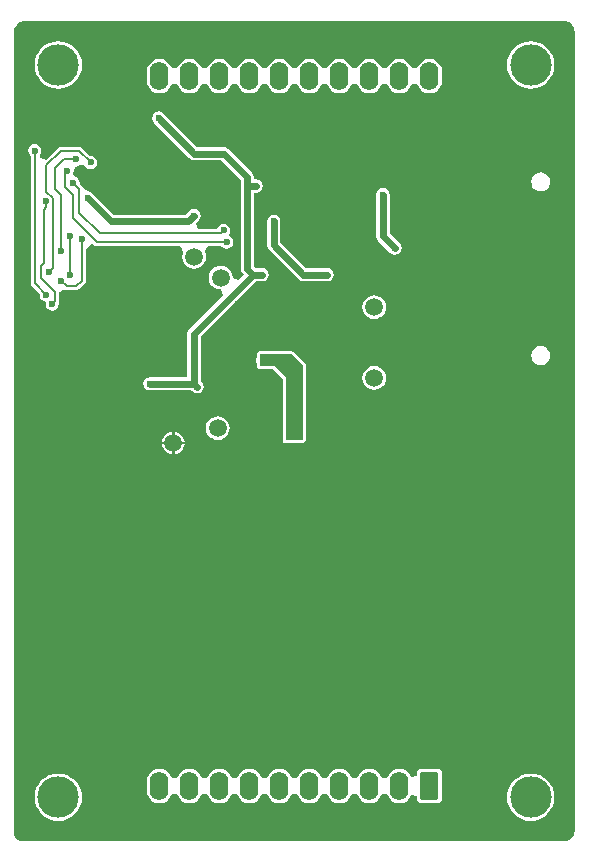
<source format=gbl>
G04*
G04 #@! TF.GenerationSoftware,Altium Limited,Altium Designer,18.0.7 (293)*
G04*
G04 Layer_Physical_Order=2*
G04 Layer_Color=16711680*
%FSLAX25Y25*%
%MOIN*%
G70*
G01*
G75*
%ADD10C,0.00591*%
%ADD35C,0.05906*%
G04:AMPARAMS|DCode=36|XSize=62.99mil|YSize=94.49mil|CornerRadius=31.5mil|HoleSize=0mil|Usage=FLASHONLY|Rotation=180.000|XOffset=0mil|YOffset=0mil|HoleType=Round|Shape=RoundedRectangle|*
%AMROUNDEDRECTD36*
21,1,0.06299,0.03150,0,0,180.0*
21,1,0.00000,0.09449,0,0,180.0*
1,1,0.06299,0.00000,0.01575*
1,1,0.06299,0.00000,0.01575*
1,1,0.06299,0.00000,-0.01575*
1,1,0.06299,0.00000,-0.01575*
%
%ADD36ROUNDEDRECTD36*%
G04:AMPARAMS|DCode=37|XSize=62.99mil|YSize=94.49mil|CornerRadius=6.3mil|HoleSize=0mil|Usage=FLASHONLY|Rotation=180.000|XOffset=0mil|YOffset=0mil|HoleType=Round|Shape=RoundedRectangle|*
%AMROUNDEDRECTD37*
21,1,0.06299,0.08189,0,0,180.0*
21,1,0.05039,0.09449,0,0,180.0*
1,1,0.01260,-0.02520,0.04095*
1,1,0.01260,0.02520,0.04095*
1,1,0.01260,0.02520,-0.04095*
1,1,0.01260,-0.02520,-0.04095*
%
%ADD37ROUNDEDRECTD37*%
%ADD40C,0.02362*%
%ADD47C,0.02362*%
%ADD48C,0.13780*%
G36*
X185142Y274433D02*
X185869Y274132D01*
X186524Y273695D01*
X187081Y273138D01*
X187518Y272484D01*
X187819Y271756D01*
X187973Y270984D01*
Y270590D01*
Y5000D01*
Y4606D01*
X187819Y3834D01*
X187518Y3107D01*
X187081Y2452D01*
X186524Y1896D01*
X185869Y1458D01*
X185142Y1157D01*
X184370Y1003D01*
X3648D01*
X3081Y1116D01*
X2547Y1337D01*
X2067Y1658D01*
X1658Y2067D01*
X1337Y2547D01*
X1116Y3081D01*
X1003Y3648D01*
Y3937D01*
Y270590D01*
Y270984D01*
X1157Y271756D01*
X1458Y272484D01*
X1896Y273138D01*
X2452Y273695D01*
X3107Y274132D01*
X3834Y274433D01*
X4606Y274587D01*
X184370D01*
X185142Y274433D01*
D02*
G37*
%LPC*%
G36*
X139488Y261847D02*
X138409Y261705D01*
X137403Y261288D01*
X136540Y260626D01*
X135877Y259762D01*
X135461Y258756D01*
X133516D01*
X133099Y259762D01*
X132437Y260626D01*
X131573Y261288D01*
X130567Y261705D01*
X129488Y261847D01*
X128409Y261705D01*
X127403Y261288D01*
X126540Y260626D01*
X125877Y259762D01*
X125461Y258756D01*
X123516D01*
X123099Y259762D01*
X122436Y260626D01*
X121573Y261288D01*
X120567Y261705D01*
X119488Y261847D01*
X118409Y261705D01*
X117403Y261288D01*
X116540Y260626D01*
X115877Y259762D01*
X115461Y258756D01*
X113516D01*
X113099Y259762D01*
X112436Y260626D01*
X111573Y261288D01*
X110567Y261705D01*
X109488Y261847D01*
X108409Y261705D01*
X107403Y261288D01*
X106540Y260626D01*
X105877Y259762D01*
X105461Y258756D01*
X103516D01*
X103099Y259762D01*
X102436Y260626D01*
X101573Y261288D01*
X100567Y261705D01*
X99488Y261847D01*
X98409Y261705D01*
X97403Y261288D01*
X96540Y260626D01*
X95877Y259762D01*
X95461Y258756D01*
X93516D01*
X93099Y259762D01*
X92436Y260626D01*
X91573Y261288D01*
X90567Y261705D01*
X89488Y261847D01*
X88409Y261705D01*
X87403Y261288D01*
X86540Y260626D01*
X85877Y259762D01*
X85461Y258756D01*
X83516D01*
X83099Y259762D01*
X82437Y260626D01*
X81573Y261288D01*
X80567Y261705D01*
X79488Y261847D01*
X78409Y261705D01*
X77403Y261288D01*
X76540Y260626D01*
X75877Y259762D01*
X75461Y258756D01*
X73516D01*
X73099Y259762D01*
X72436Y260626D01*
X71573Y261288D01*
X70567Y261705D01*
X69488Y261847D01*
X68409Y261705D01*
X67403Y261288D01*
X66540Y260626D01*
X65877Y259762D01*
X65461Y258756D01*
X63516D01*
X63099Y259762D01*
X62436Y260626D01*
X61573Y261288D01*
X60567Y261705D01*
X59488Y261847D01*
X58409Y261705D01*
X57403Y261288D01*
X56540Y260626D01*
X55877Y259762D01*
X55461Y258756D01*
X53516D01*
X53099Y259762D01*
X52437Y260626D01*
X51573Y261288D01*
X50567Y261705D01*
X49488Y261847D01*
X48409Y261705D01*
X47403Y261288D01*
X46540Y260626D01*
X45877Y259762D01*
X45461Y258756D01*
X45319Y257677D01*
Y254528D01*
X45461Y253448D01*
X45877Y252443D01*
X46540Y251579D01*
X47403Y250917D01*
X48409Y250500D01*
X49488Y250358D01*
X50567Y250500D01*
X51573Y250917D01*
X52437Y251579D01*
X53099Y252443D01*
X53516Y253448D01*
X55461D01*
X55877Y252443D01*
X56540Y251579D01*
X57403Y250917D01*
X58409Y250500D01*
X59488Y250358D01*
X60567Y250500D01*
X61573Y250917D01*
X62436Y251579D01*
X63099Y252443D01*
X63516Y253448D01*
X65461D01*
X65877Y252443D01*
X66540Y251579D01*
X67403Y250917D01*
X68409Y250500D01*
X69488Y250358D01*
X70567Y250500D01*
X71573Y250917D01*
X72436Y251579D01*
X73099Y252443D01*
X73516Y253448D01*
X75461D01*
X75877Y252443D01*
X76540Y251579D01*
X77403Y250917D01*
X78409Y250500D01*
X79488Y250358D01*
X80567Y250500D01*
X81573Y250917D01*
X82437Y251579D01*
X83099Y252443D01*
X83516Y253448D01*
X85461D01*
X85877Y252443D01*
X86540Y251579D01*
X87403Y250917D01*
X88409Y250500D01*
X89488Y250358D01*
X90567Y250500D01*
X91573Y250917D01*
X92436Y251579D01*
X93099Y252443D01*
X93516Y253448D01*
X95461D01*
X95877Y252443D01*
X96540Y251579D01*
X97403Y250917D01*
X98409Y250500D01*
X99488Y250358D01*
X100567Y250500D01*
X101573Y250917D01*
X102436Y251579D01*
X103099Y252443D01*
X103516Y253448D01*
X105461D01*
X105877Y252443D01*
X106540Y251579D01*
X107403Y250917D01*
X108409Y250500D01*
X109488Y250358D01*
X110567Y250500D01*
X111573Y250917D01*
X112436Y251579D01*
X113099Y252443D01*
X113516Y253448D01*
X115461D01*
X115877Y252443D01*
X116540Y251579D01*
X117403Y250917D01*
X118409Y250500D01*
X119488Y250358D01*
X120567Y250500D01*
X121573Y250917D01*
X122436Y251579D01*
X123099Y252443D01*
X123516Y253448D01*
X125461D01*
X125877Y252443D01*
X126540Y251579D01*
X127403Y250917D01*
X128409Y250500D01*
X129488Y250358D01*
X130567Y250500D01*
X131573Y250917D01*
X132437Y251579D01*
X133099Y252443D01*
X133516Y253448D01*
X135461D01*
X135877Y252443D01*
X136540Y251579D01*
X137403Y250917D01*
X138409Y250500D01*
X139488Y250358D01*
X140567Y250500D01*
X141573Y250917D01*
X142437Y251579D01*
X143099Y252443D01*
X143516Y253448D01*
X143658Y254528D01*
Y257677D01*
X143516Y258756D01*
X143099Y259762D01*
X142437Y260626D01*
X141573Y261288D01*
X140567Y261705D01*
X139488Y261847D01*
D02*
G37*
G36*
X173228Y267755D02*
X171685Y267603D01*
X170201Y267152D01*
X168833Y266421D01*
X167634Y265437D01*
X166650Y264238D01*
X165919Y262870D01*
X165468Y261386D01*
X165316Y259842D01*
X165468Y258299D01*
X165919Y256815D01*
X166650Y255447D01*
X167634Y254248D01*
X168833Y253264D01*
X170201Y252533D01*
X171685Y252082D01*
X173228Y251930D01*
X174772Y252082D01*
X176256Y252533D01*
X177624Y253264D01*
X178823Y254248D01*
X179807Y255447D01*
X180538Y256815D01*
X180988Y258299D01*
X181140Y259842D01*
X180988Y261386D01*
X180538Y262870D01*
X179807Y264238D01*
X178823Y265437D01*
X177624Y266421D01*
X176256Y267152D01*
X174772Y267603D01*
X173228Y267755D01*
D02*
G37*
G36*
X15748D02*
X14204Y267603D01*
X12720Y267152D01*
X11352Y266421D01*
X10153Y265437D01*
X9169Y264238D01*
X8438Y262870D01*
X7988Y261386D01*
X7836Y259842D01*
X7988Y258299D01*
X8438Y256815D01*
X9169Y255447D01*
X10153Y254248D01*
X11352Y253264D01*
X12720Y252533D01*
X14204Y252082D01*
X15748Y251930D01*
X17292Y252082D01*
X18776Y252533D01*
X20144Y253264D01*
X21343Y254248D01*
X22327Y255447D01*
X23058Y256815D01*
X23508Y258299D01*
X23660Y259842D01*
X23508Y261386D01*
X23058Y262870D01*
X22327Y264238D01*
X21343Y265437D01*
X20144Y266421D01*
X18776Y267152D01*
X17292Y267603D01*
X15748Y267755D01*
D02*
G37*
G36*
X7874Y233507D02*
X7029Y233339D01*
X6313Y232860D01*
X5834Y232144D01*
X5666Y231299D01*
X5834Y230454D01*
X6313Y229738D01*
X6569Y229567D01*
Y187008D01*
X6669Y186509D01*
X6951Y186085D01*
X9663Y183373D01*
X9603Y183071D01*
X9771Y182226D01*
X10250Y181510D01*
X10966Y181031D01*
X11723Y180880D01*
X11572Y180118D01*
X11740Y179273D01*
X12218Y178557D01*
X12935Y178078D01*
X13780Y177910D01*
X14624Y178078D01*
X15341Y178557D01*
X15819Y179273D01*
X15987Y180118D01*
X15909Y180513D01*
X15969Y180603D01*
X16068Y181102D01*
Y183909D01*
X16110Y184067D01*
X16167Y184123D01*
X17373Y184955D01*
X17801Y185086D01*
X18202Y184818D01*
X18701Y184719D01*
X21654D01*
X22153Y184818D01*
X22576Y185101D01*
X24544Y187070D01*
X24827Y187493D01*
X24927Y187992D01*
Y198453D01*
X26739Y200152D01*
X27357Y200129D01*
X27621Y199865D01*
X28044Y199582D01*
X28543Y199483D01*
X56355D01*
X56983Y198650D01*
X57445Y197514D01*
X57188Y196894D01*
X57053Y195866D01*
X57188Y194838D01*
X57585Y193881D01*
X58216Y193058D01*
X59038Y192427D01*
X59996Y192031D01*
X61024Y191895D01*
X62051Y192031D01*
X63009Y192427D01*
X63832Y193058D01*
X64463Y193881D01*
X64859Y194838D01*
X64995Y195866D01*
X64859Y196894D01*
X64602Y197514D01*
X65065Y198650D01*
X65692Y199483D01*
X70118D01*
X70289Y199226D01*
X71005Y198748D01*
X71850Y198580D01*
X72695Y198748D01*
X73412Y199226D01*
X73890Y199943D01*
X74058Y200787D01*
X73890Y201632D01*
X73412Y202348D01*
X72715Y202925D01*
X72906Y203879D01*
X73074Y204724D01*
X72906Y205569D01*
X72427Y206286D01*
X71711Y206764D01*
X70866Y206932D01*
X70021Y206764D01*
X69305Y206286D01*
X68826Y205569D01*
X68722Y205045D01*
X62329D01*
X61514Y207013D01*
X62585Y208085D01*
X63063Y208801D01*
X63231Y209646D01*
X63063Y210490D01*
X62585Y211207D01*
X61869Y211685D01*
X61024Y211853D01*
X60179Y211685D01*
X59462Y211207D01*
X58141Y209885D01*
X34379D01*
X27152Y217112D01*
X26435Y217591D01*
X25591Y217759D01*
X24893Y218074D01*
X23843Y219003D01*
X23560Y219426D01*
X22817Y220170D01*
X22877Y220472D01*
X22709Y221317D01*
X22230Y222034D01*
X21514Y222512D01*
X20784Y223506D01*
X20909Y224409D01*
X21469Y225709D01*
X22390Y226285D01*
X22498Y226307D01*
X22561Y226349D01*
X23841Y226458D01*
X24969Y225868D01*
X25014Y225801D01*
X25730Y225323D01*
X26575Y225154D01*
X27420Y225323D01*
X28136Y225801D01*
X28615Y226517D01*
X28783Y227362D01*
X28615Y228207D01*
X28136Y228923D01*
X27420Y229402D01*
X26575Y229570D01*
X26272Y229510D01*
X23560Y232222D01*
X23137Y232505D01*
X22638Y232604D01*
X16732D01*
X16233Y232505D01*
X15810Y232222D01*
X11843Y228255D01*
X9776Y228972D01*
X9648Y230057D01*
X9914Y230454D01*
X10082Y231299D01*
X9914Y232144D01*
X9435Y232860D01*
X8719Y233339D01*
X7874Y233507D01*
D02*
G37*
G36*
X176575Y224043D02*
X175753Y223935D01*
X174986Y223617D01*
X174328Y223113D01*
X173824Y222455D01*
X173506Y221688D01*
X173398Y220866D01*
X173506Y220044D01*
X173824Y219278D01*
X174328Y218620D01*
X174986Y218115D01*
X175753Y217798D01*
X176575Y217689D01*
X177397Y217798D01*
X178163Y218115D01*
X178821Y218620D01*
X179326Y219278D01*
X179643Y220044D01*
X179752Y220866D01*
X179643Y221688D01*
X179326Y222455D01*
X178821Y223113D01*
X178163Y223617D01*
X177397Y223935D01*
X176575Y224043D01*
D02*
G37*
G36*
X124016Y218850D02*
X123171Y218682D01*
X122455Y218203D01*
X121976Y217487D01*
X121808Y216642D01*
X121819Y216589D01*
X121808Y216535D01*
Y202756D01*
X121976Y201911D01*
X122455Y201195D01*
X126392Y197258D01*
X126392Y197258D01*
X127108Y196779D01*
X127953Y196611D01*
X128798Y196779D01*
X129514Y197258D01*
X129992Y197974D01*
X130160Y198819D01*
X129992Y199664D01*
X129514Y200380D01*
X126224Y203670D01*
Y216535D01*
X126213Y216589D01*
X126224Y216642D01*
X126055Y217487D01*
X125577Y218203D01*
X124861Y218682D01*
X124016Y218850D01*
D02*
G37*
G36*
X49213Y244334D02*
X48368Y244166D01*
X47651Y243687D01*
X47173Y242971D01*
X47005Y242126D01*
X47173Y241281D01*
X47651Y240565D01*
X59462Y228754D01*
X60179Y228275D01*
X61024Y228107D01*
X69952D01*
X76532Y221527D01*
Y219488D01*
Y191929D01*
X76701Y191084D01*
X77179Y190368D01*
X77586Y189961D01*
X75722Y188097D01*
X73943Y188934D01*
X73849Y189007D01*
X73718Y190004D01*
X73321Y190962D01*
X72690Y191784D01*
X71867Y192415D01*
X70910Y192812D01*
X69882Y192947D01*
X68854Y192812D01*
X67896Y192415D01*
X67074Y191784D01*
X66443Y190962D01*
X66046Y190004D01*
X65911Y188976D01*
X66046Y187949D01*
X66443Y186991D01*
X67074Y186169D01*
X67896Y185537D01*
X68854Y185141D01*
X69851Y185009D01*
X69924Y184915D01*
X70762Y183136D01*
X59462Y171837D01*
X58984Y171121D01*
X58816Y170276D01*
Y155751D01*
X46260D01*
X45415Y155583D01*
X44699Y155104D01*
X44220Y154388D01*
X44052Y153543D01*
X44220Y152698D01*
X44699Y151982D01*
X45415Y151504D01*
X46260Y151336D01*
X60109D01*
X60447Y150998D01*
X61163Y150519D01*
X62008Y150351D01*
X62853Y150519D01*
X63569Y150998D01*
X64048Y151714D01*
X64216Y152559D01*
X64048Y153404D01*
X63569Y154120D01*
X63231Y154458D01*
Y169361D01*
X81623Y187753D01*
X83661D01*
X84506Y187921D01*
X85223Y188400D01*
X85701Y189116D01*
X85869Y189961D01*
X85701Y190805D01*
X85223Y191522D01*
X84506Y192000D01*
X83661Y192168D01*
X81623D01*
X80948Y192844D01*
Y217280D01*
X81693D01*
X82538Y217448D01*
X83254Y217927D01*
X83733Y218643D01*
X83901Y219488D01*
X83733Y220333D01*
X83254Y221049D01*
X82538Y221528D01*
X81693Y221696D01*
X80948D01*
Y222441D01*
X80780Y223286D01*
X80301Y224002D01*
X72427Y231876D01*
X71711Y232355D01*
X70866Y232523D01*
X61938D01*
X50774Y243687D01*
X50058Y244166D01*
X49213Y244334D01*
D02*
G37*
G36*
X87598Y209885D02*
X86753Y209717D01*
X86037Y209238D01*
X85559Y208522D01*
X85391Y207677D01*
Y199803D01*
X85559Y198958D01*
X86037Y198242D01*
X95880Y188400D01*
X96596Y187921D01*
X97441Y187753D01*
X105315D01*
X106160Y187921D01*
X106876Y188400D01*
X107355Y189116D01*
X107523Y189961D01*
X107355Y190805D01*
X106876Y191522D01*
X106160Y192000D01*
X105315Y192168D01*
X98355D01*
X89806Y200718D01*
Y207677D01*
X89638Y208522D01*
X89160Y209238D01*
X88443Y209717D01*
X87598Y209885D01*
D02*
G37*
G36*
X121063Y183105D02*
X120035Y182969D01*
X119078Y182573D01*
X118255Y181942D01*
X117624Y181119D01*
X117227Y180162D01*
X117092Y179134D01*
X117227Y178106D01*
X117624Y177148D01*
X118255Y176326D01*
X119078Y175695D01*
X120035Y175298D01*
X121063Y175163D01*
X122091Y175298D01*
X123048Y175695D01*
X123871Y176326D01*
X124502Y177148D01*
X124899Y178106D01*
X125034Y179134D01*
X124899Y180162D01*
X124502Y181119D01*
X123871Y181942D01*
X123048Y182573D01*
X122091Y182969D01*
X121063Y183105D01*
D02*
G37*
G36*
X176575Y166169D02*
X175753Y166061D01*
X174986Y165743D01*
X174328Y165238D01*
X173824Y164581D01*
X173506Y163814D01*
X173398Y162992D01*
X173506Y162170D01*
X173824Y161404D01*
X174328Y160746D01*
X174986Y160241D01*
X175753Y159924D01*
X176575Y159815D01*
X177397Y159924D01*
X178163Y160241D01*
X178821Y160746D01*
X179326Y161404D01*
X179643Y162170D01*
X179752Y162992D01*
X179643Y163814D01*
X179326Y164581D01*
X178821Y165238D01*
X178163Y165743D01*
X177397Y166061D01*
X176575Y166169D01*
D02*
G37*
G36*
X121063Y159483D02*
X120035Y159347D01*
X119078Y158951D01*
X118255Y158320D01*
X117624Y157497D01*
X117227Y156540D01*
X117092Y155512D01*
X117227Y154484D01*
X117624Y153526D01*
X118255Y152704D01*
X119078Y152073D01*
X120035Y151676D01*
X121063Y151541D01*
X122091Y151676D01*
X123048Y152073D01*
X123871Y152704D01*
X124502Y153526D01*
X124899Y154484D01*
X125034Y155512D01*
X124899Y156540D01*
X124502Y157497D01*
X123871Y158320D01*
X123048Y158951D01*
X122091Y159347D01*
X121063Y159483D01*
D02*
G37*
G36*
X68898Y142751D02*
X67870Y142615D01*
X66912Y142218D01*
X66090Y141587D01*
X65459Y140765D01*
X65062Y139807D01*
X64927Y138779D01*
X65062Y137752D01*
X65459Y136794D01*
X66090Y135972D01*
X66912Y135341D01*
X67870Y134944D01*
X68898Y134809D01*
X69925Y134944D01*
X70883Y135341D01*
X71706Y135972D01*
X72337Y136794D01*
X72733Y137752D01*
X72869Y138779D01*
X72733Y139807D01*
X72337Y140765D01*
X71706Y141587D01*
X70883Y142218D01*
X69925Y142615D01*
X68898Y142751D01*
D02*
G37*
G36*
X54528Y137579D02*
Y134252D01*
X57854D01*
X57778Y134835D01*
X57401Y135745D01*
X56801Y136526D01*
X56020Y137125D01*
X55110Y137502D01*
X54528Y137579D01*
D02*
G37*
G36*
X53740D02*
X53158Y137502D01*
X52248Y137125D01*
X51466Y136526D01*
X50867Y135745D01*
X50490Y134835D01*
X50413Y134252D01*
X53740D01*
Y137579D01*
D02*
G37*
G36*
X93701Y164389D02*
X82874D01*
X82490Y164313D01*
X82164Y164095D01*
X81947Y163770D01*
X81871Y163386D01*
Y162340D01*
X81819Y162262D01*
X81651Y161417D01*
X81819Y160572D01*
X81871Y160495D01*
X81871Y159449D01*
X81871Y159449D01*
X81947Y159065D01*
X82164Y158739D01*
X82490Y158522D01*
X82874Y158445D01*
X82874Y158445D01*
X83423Y158445D01*
X87380Y158445D01*
X90532Y155293D01*
Y134843D01*
X90608Y134458D01*
X90826Y134133D01*
X91151Y133915D01*
X91535Y133839D01*
X97038Y133839D01*
X97087Y133839D01*
X97087Y133839D01*
X97471Y133915D01*
X97797Y134133D01*
X98150Y134486D01*
X98368Y134812D01*
X98368Y134812D01*
X98444Y135196D01*
X98444Y135196D01*
X98444Y135245D01*
X98444Y159646D01*
X98368Y160030D01*
X98150Y160355D01*
X94410Y164095D01*
X94085Y164313D01*
X93701Y164389D01*
D02*
G37*
G36*
X57854Y133465D02*
X54528D01*
Y130138D01*
X55110Y130214D01*
X56020Y130591D01*
X56801Y131191D01*
X57401Y131972D01*
X57778Y132882D01*
X57854Y133465D01*
D02*
G37*
G36*
X53740D02*
X50413D01*
X50490Y132882D01*
X50867Y131972D01*
X51466Y131191D01*
X52248Y130591D01*
X53158Y130214D01*
X53740Y130138D01*
Y133465D01*
D02*
G37*
G36*
X129488Y25232D02*
X128409Y25091D01*
X127403Y24674D01*
X126540Y24011D01*
X125877Y23148D01*
X125461Y22142D01*
X123516D01*
X123099Y23148D01*
X122436Y24011D01*
X121573Y24674D01*
X120567Y25091D01*
X119488Y25232D01*
X118409Y25091D01*
X117403Y24674D01*
X116540Y24011D01*
X115877Y23148D01*
X115461Y22142D01*
X113516D01*
X113099Y23148D01*
X112436Y24011D01*
X111573Y24674D01*
X110567Y25091D01*
X109488Y25232D01*
X108409Y25091D01*
X107403Y24674D01*
X106540Y24011D01*
X105877Y23148D01*
X105461Y22142D01*
X103516D01*
X103099Y23148D01*
X102436Y24011D01*
X101573Y24674D01*
X100567Y25091D01*
X99488Y25232D01*
X98409Y25091D01*
X97403Y24674D01*
X96540Y24011D01*
X95877Y23148D01*
X95461Y22142D01*
X93516D01*
X93099Y23148D01*
X92436Y24011D01*
X91573Y24674D01*
X90567Y25091D01*
X89488Y25232D01*
X88409Y25091D01*
X87403Y24674D01*
X86540Y24011D01*
X85877Y23148D01*
X85461Y22142D01*
X83516D01*
X83099Y23148D01*
X82437Y24011D01*
X81573Y24674D01*
X80567Y25091D01*
X79488Y25232D01*
X78409Y25091D01*
X77403Y24674D01*
X76540Y24011D01*
X75877Y23148D01*
X75461Y22142D01*
X73516D01*
X73099Y23148D01*
X72436Y24011D01*
X71573Y24674D01*
X70567Y25091D01*
X69488Y25232D01*
X68409Y25091D01*
X67403Y24674D01*
X66540Y24011D01*
X65877Y23148D01*
X65461Y22142D01*
X63516D01*
X63099Y23148D01*
X62436Y24011D01*
X61573Y24674D01*
X60567Y25091D01*
X59488Y25232D01*
X58409Y25091D01*
X57403Y24674D01*
X56540Y24011D01*
X55877Y23148D01*
X55461Y22142D01*
X53516D01*
X53099Y23148D01*
X52437Y24011D01*
X51573Y24674D01*
X50567Y25091D01*
X49488Y25232D01*
X48409Y25091D01*
X47403Y24674D01*
X46540Y24011D01*
X45877Y23148D01*
X45461Y22142D01*
X45319Y21063D01*
Y17913D01*
X45461Y16834D01*
X45877Y15829D01*
X46540Y14965D01*
X47403Y14302D01*
X48409Y13886D01*
X49488Y13744D01*
X50567Y13886D01*
X51573Y14302D01*
X52437Y14965D01*
X53099Y15829D01*
X53516Y16834D01*
X55461D01*
X55877Y15829D01*
X56540Y14965D01*
X57403Y14302D01*
X58409Y13886D01*
X59488Y13744D01*
X60567Y13886D01*
X61573Y14302D01*
X62436Y14965D01*
X63099Y15829D01*
X63516Y16834D01*
X65461D01*
X65877Y15829D01*
X66540Y14965D01*
X67403Y14302D01*
X68409Y13886D01*
X69488Y13744D01*
X70567Y13886D01*
X71573Y14302D01*
X72436Y14965D01*
X73099Y15829D01*
X73516Y16834D01*
X75461D01*
X75877Y15829D01*
X76540Y14965D01*
X77403Y14302D01*
X78409Y13886D01*
X79488Y13744D01*
X80567Y13886D01*
X81573Y14302D01*
X82437Y14965D01*
X83099Y15829D01*
X83516Y16834D01*
X85461D01*
X85877Y15829D01*
X86540Y14965D01*
X87403Y14302D01*
X88409Y13886D01*
X89488Y13744D01*
X90567Y13886D01*
X91573Y14302D01*
X92436Y14965D01*
X93099Y15829D01*
X93516Y16834D01*
X95461D01*
X95877Y15829D01*
X96540Y14965D01*
X97403Y14302D01*
X98409Y13886D01*
X99488Y13744D01*
X100567Y13886D01*
X101573Y14302D01*
X102436Y14965D01*
X103099Y15829D01*
X103516Y16834D01*
X105461D01*
X105877Y15829D01*
X106540Y14965D01*
X107403Y14302D01*
X108409Y13886D01*
X109488Y13744D01*
X110567Y13886D01*
X111573Y14302D01*
X112436Y14965D01*
X113099Y15829D01*
X113516Y16834D01*
X115461D01*
X115877Y15829D01*
X116540Y14965D01*
X117403Y14302D01*
X118409Y13886D01*
X119488Y13744D01*
X120567Y13886D01*
X121573Y14302D01*
X122436Y14965D01*
X123099Y15829D01*
X123516Y16834D01*
X125461D01*
X125877Y15829D01*
X126540Y14965D01*
X127403Y14302D01*
X128409Y13886D01*
X129488Y13744D01*
X130567Y13886D01*
X131573Y14302D01*
X132437Y14965D01*
X133099Y15829D01*
X133354Y16444D01*
X135323Y16053D01*
Y15394D01*
X135448Y14764D01*
X135805Y14230D01*
X136339Y13873D01*
X136969Y13748D01*
X142008D01*
X142638Y13873D01*
X143172Y14230D01*
X143528Y14764D01*
X143654Y15394D01*
Y23583D01*
X143528Y24213D01*
X143172Y24746D01*
X142638Y25103D01*
X142008Y25229D01*
X136969D01*
X136339Y25103D01*
X135805Y24746D01*
X135448Y24213D01*
X135323Y23583D01*
Y22923D01*
X133354Y22532D01*
X133099Y23148D01*
X132437Y24011D01*
X131573Y24674D01*
X130567Y25091D01*
X129488Y25232D01*
D02*
G37*
G36*
X173228Y23660D02*
X171685Y23508D01*
X170201Y23058D01*
X168833Y22327D01*
X167634Y21343D01*
X166650Y20144D01*
X165919Y18776D01*
X165468Y17292D01*
X165316Y15748D01*
X165468Y14204D01*
X165919Y12720D01*
X166650Y11352D01*
X167634Y10153D01*
X168833Y9169D01*
X170201Y8438D01*
X171685Y7988D01*
X173228Y7836D01*
X174772Y7988D01*
X176256Y8438D01*
X177624Y9169D01*
X178823Y10153D01*
X179807Y11352D01*
X180538Y12720D01*
X180988Y14204D01*
X181140Y15748D01*
X180988Y17292D01*
X180538Y18776D01*
X179807Y20144D01*
X178823Y21343D01*
X177624Y22327D01*
X176256Y23058D01*
X174772Y23508D01*
X173228Y23660D01*
D02*
G37*
G36*
X15748D02*
X14204Y23508D01*
X12720Y23058D01*
X11352Y22327D01*
X10153Y21343D01*
X9169Y20144D01*
X8438Y18776D01*
X7988Y17292D01*
X7836Y15748D01*
X7988Y14204D01*
X8438Y12720D01*
X9169Y11352D01*
X10153Y10153D01*
X11352Y9169D01*
X12720Y8438D01*
X14204Y7988D01*
X15748Y7836D01*
X17292Y7988D01*
X18776Y8438D01*
X20144Y9169D01*
X21343Y10153D01*
X22327Y11352D01*
X23058Y12720D01*
X23508Y14204D01*
X23660Y15748D01*
X23508Y17292D01*
X23058Y18776D01*
X22327Y20144D01*
X21343Y21343D01*
X20144Y22327D01*
X18776Y23058D01*
X17292Y23508D01*
X15748Y23660D01*
D02*
G37*
%LPD*%
G36*
X97441Y159646D02*
X97441Y135196D01*
X97087Y134843D01*
X91535Y134843D01*
Y155709D01*
X87795Y159449D01*
X82874Y159449D01*
Y163386D01*
X93701D01*
X97441Y159646D01*
D02*
G37*
D10*
X69882Y203740D02*
X70866Y204724D01*
X29528Y203740D02*
X69882D01*
X22638Y210630D02*
X29528Y203740D01*
X22638Y210630D02*
Y218504D01*
X16732Y187992D02*
X18701Y186024D01*
X21654D01*
X23622Y187992D01*
Y201772D01*
X13780Y180118D02*
X14764Y181102D01*
Y184055D01*
X9843Y188976D02*
X14764Y184055D01*
X9843Y188976D02*
Y192913D01*
X10827Y193898D01*
X7874Y187008D02*
X11811Y183071D01*
X7874Y187008D02*
Y231299D01*
X10827Y193898D02*
Y211614D01*
X11811Y212598D01*
Y214567D01*
Y217520D02*
X13878Y215453D01*
X12795Y190945D02*
X13878Y192027D01*
Y215453D01*
X11811Y217520D02*
Y226378D01*
X16732Y231299D01*
X17717Y228346D02*
X21654D01*
X14764Y225394D02*
X17717Y228346D01*
X14764Y218504D02*
Y225394D01*
X16732Y197834D02*
Y216535D01*
X14764Y218504D02*
X16732Y216535D01*
X17913Y223622D02*
X18701Y224410D01*
X17913Y219291D02*
X20669Y216535D01*
X17913Y219291D02*
Y223622D01*
X20669Y220472D02*
X22638Y218504D01*
X20669Y208661D02*
Y216535D01*
Y208661D02*
X28543Y200787D01*
X16732Y231299D02*
X22638D01*
X26575Y227362D01*
X19685Y189961D02*
Y202756D01*
X28543Y200787D02*
X71850D01*
D35*
X54134Y133858D02*
D03*
X69882Y188976D02*
D03*
X61024Y195866D02*
D03*
X121063Y179134D02*
D03*
Y155512D02*
D03*
X68898Y138779D02*
D03*
D36*
X99488Y19488D02*
D03*
X109488D02*
D03*
X119488D02*
D03*
X129488D02*
D03*
X89488D02*
D03*
X79488D02*
D03*
X69488D02*
D03*
X59488D02*
D03*
X49488D02*
D03*
X139488Y256102D02*
D03*
X129488D02*
D03*
X119488D02*
D03*
X109488D02*
D03*
X99488D02*
D03*
X89488D02*
D03*
X79488D02*
D03*
X69488D02*
D03*
X59488D02*
D03*
X49488D02*
D03*
D37*
X139488Y19488D02*
D03*
D40*
X59055Y207677D02*
X61024Y209646D01*
X33465Y207677D02*
X59055D01*
X25591Y215551D02*
X33465Y207677D01*
X78740Y191929D02*
X80709Y189961D01*
X83661D01*
X61024Y170276D02*
X80709Y189961D01*
X61024Y153543D02*
Y170276D01*
X87598Y199803D02*
Y207677D01*
X61024Y153543D02*
X62008Y152559D01*
X46260Y153543D02*
X61024D01*
X97441Y189961D02*
X105315D01*
X87598Y199803D02*
X97441Y189961D01*
X70866Y230315D02*
X78740Y222441D01*
Y219488D02*
Y222441D01*
Y219488D02*
X81693D01*
X78740Y191929D02*
Y219488D01*
X61024Y230315D02*
X70866D01*
X49213Y242126D02*
X61024Y230315D01*
X124016Y202756D02*
Y216535D01*
Y202756D02*
X127953Y198819D01*
D47*
X36417Y211614D02*
D03*
X44291D02*
D03*
X40354D02*
D03*
X44291Y219488D02*
D03*
X36417D02*
D03*
X40354D02*
D03*
X36417Y215551D02*
D03*
X44291D02*
D03*
X40354D02*
D03*
X75787Y241142D02*
D03*
X148622Y33465D02*
D03*
X145669Y26575D02*
D03*
X148622D02*
D03*
X145669Y33465D02*
D03*
X181102Y38386D02*
D03*
X184055Y85630D02*
D03*
X180118Y135827D02*
D03*
X87598Y207677D02*
D03*
X25591Y215551D02*
D03*
X91535Y233268D02*
D03*
X114173Y240158D02*
D03*
X104331Y233268D02*
D03*
X94488Y240158D02*
D03*
X105315Y249016D02*
D03*
X114173Y181102D02*
D03*
X104331Y175197D02*
D03*
X116142Y169291D02*
D03*
X144685Y182087D02*
D03*
X132874Y174213D02*
D03*
X145669Y201772D02*
D03*
X132874D02*
D03*
X121063Y189961D02*
D03*
X111221Y193898D02*
D03*
X99410D02*
D03*
X88583Y192913D02*
D03*
X82677Y196850D02*
D03*
X75787Y180118D02*
D03*
X74803Y193898D02*
D03*
X63976Y182087D02*
D03*
X72835Y66929D02*
D03*
X90551Y67913D02*
D03*
X116142Y64961D02*
D03*
X125000Y55118D02*
D03*
X135827Y44291D02*
D03*
X121063Y120079D02*
D03*
X111221Y118110D02*
D03*
X126969Y127953D02*
D03*
X137795Y137795D02*
D03*
X146653Y149606D02*
D03*
X137795Y164370D02*
D03*
X133858Y148622D02*
D03*
X122047Y136811D02*
D03*
X119095Y148622D02*
D03*
X106299Y127953D02*
D03*
Y142717D02*
D03*
X93504Y125984D02*
D03*
X79724Y126969D02*
D03*
X72835Y133858D02*
D03*
X67913Y145669D02*
D03*
X52165Y139764D02*
D03*
X40354Y152559D02*
D03*
X30512Y142717D02*
D03*
X51181Y159449D02*
D03*
X52165Y148622D02*
D03*
X42323Y138779D02*
D03*
X45276Y90551D02*
D03*
X42323Y103347D02*
D03*
X36417Y129921D02*
D03*
Y116142D02*
D03*
Y103347D02*
D03*
Y89567D02*
D03*
X35433Y80709D02*
D03*
X29528Y92520D02*
D03*
Y104331D02*
D03*
Y116142D02*
D03*
Y127953D02*
D03*
X33465Y66929D02*
D03*
X25591Y68898D02*
D03*
X70866Y57087D02*
D03*
X88583D02*
D03*
X114173Y49213D02*
D03*
X104331Y57087D02*
D03*
X125984Y35433D02*
D03*
X94488Y29528D02*
D03*
X96457Y43307D02*
D03*
X84646D02*
D03*
X151575Y7874D02*
D03*
X131890D02*
D03*
X116142D02*
D03*
X100394D02*
D03*
X84646D02*
D03*
X39370D02*
D03*
X68898D02*
D03*
X53150D02*
D03*
X57087Y33465D02*
D03*
X41339D02*
D03*
X23622Y35433D02*
D03*
X11811Y45276D02*
D03*
X3937Y55118D02*
D03*
Y68898D02*
D03*
Y163386D02*
D03*
Y179134D02*
D03*
Y86614D02*
D03*
Y104331D02*
D03*
Y118110D02*
D03*
Y135827D02*
D03*
X11811Y155512D02*
D03*
X27559Y173228D02*
D03*
X33465Y190945D02*
D03*
X31496Y234252D02*
D03*
X68898Y220472D02*
D03*
X74803Y216535D02*
D03*
X31496Y246063D02*
D03*
X43307Y242126D02*
D03*
X41339Y255906D02*
D03*
X57087Y242126D02*
D03*
X61024Y244094D02*
D03*
Y248031D02*
D03*
X53150Y263779D02*
D03*
X59055Y269685D02*
D03*
X78740D02*
D03*
X96457D02*
D03*
X116142D02*
D03*
X137795Y265748D02*
D03*
X147638Y255906D02*
D03*
X149606Y238189D02*
D03*
X139764Y246063D02*
D03*
X135827Y236221D02*
D03*
X118110Y210630D02*
D03*
X116142Y220472D02*
D03*
X104331D02*
D03*
X94488D02*
D03*
X133858Y224410D02*
D03*
X145669D02*
D03*
X157480D02*
D03*
X165354Y181102D02*
D03*
Y192913D02*
D03*
Y204724D02*
D03*
Y216535D02*
D03*
X151575Y163386D02*
D03*
X159449D02*
D03*
X155512D02*
D03*
X151575Y171260D02*
D03*
X159449D02*
D03*
X155512D02*
D03*
X62008Y152559D02*
D03*
X105315Y189961D02*
D03*
X144685Y88583D02*
D03*
Y100394D02*
D03*
X46260Y153543D02*
D03*
X23622Y167323D02*
D03*
X169291Y151575D02*
D03*
Y155512D02*
D03*
X177165Y151575D02*
D03*
X173228D02*
D03*
X177165Y155512D02*
D03*
X173228D02*
D03*
X169291Y228346D02*
D03*
X173228D02*
D03*
X177165D02*
D03*
X169291Y232283D02*
D03*
X173228D02*
D03*
X177165D02*
D03*
X127953Y198819D02*
D03*
X103347Y209646D02*
D03*
Y212598D02*
D03*
X81693Y219488D02*
D03*
X49213Y242126D02*
D03*
X137795Y122047D02*
D03*
Y118110D02*
D03*
X141732D02*
D03*
Y122047D02*
D03*
X145669D02*
D03*
Y118110D02*
D03*
X137795Y62992D02*
D03*
Y59055D02*
D03*
X141732D02*
D03*
Y62992D02*
D03*
X145669D02*
D03*
Y59055D02*
D03*
X51181Y62992D02*
D03*
X47244D02*
D03*
X43307D02*
D03*
X51181Y59055D02*
D03*
X47244D02*
D03*
X43307D02*
D03*
X51181Y122047D02*
D03*
Y118110D02*
D03*
X47244D02*
D03*
X43307D02*
D03*
X47244Y122047D02*
D03*
X43307D02*
D03*
X135827Y72835D02*
D03*
Y80709D02*
D03*
Y88583D02*
D03*
Y100394D02*
D03*
Y108268D02*
D03*
X53150Y72835D02*
D03*
Y80709D02*
D03*
Y88583D02*
D03*
Y94488D02*
D03*
Y100394D02*
D03*
Y108268D02*
D03*
X124016D02*
D03*
X108268D02*
D03*
X94488D02*
D03*
X80709D02*
D03*
X64961D02*
D03*
X124016Y100394D02*
D03*
X108268D02*
D03*
X94488D02*
D03*
X80709D02*
D03*
X64961D02*
D03*
Y88583D02*
D03*
X80709D02*
D03*
X94488D02*
D03*
X108268D02*
D03*
X124016D02*
D03*
Y72835D02*
D03*
X108268D02*
D03*
X94488D02*
D03*
X80709D02*
D03*
X64961D02*
D03*
X94488Y80709D02*
D03*
X64961D02*
D03*
X80709D02*
D03*
X108268D02*
D03*
X124016D02*
D03*
X83661Y189961D02*
D03*
X100394Y184055D02*
D03*
X107283Y181102D02*
D03*
X81693D02*
D03*
X97441Y184055D02*
D03*
X94488D02*
D03*
X23622Y201772D02*
D03*
X13780Y180118D02*
D03*
X11811Y183071D02*
D03*
Y214567D02*
D03*
X7874Y231299D02*
D03*
X16732Y197834D02*
D03*
X20669Y220472D02*
D03*
X12795Y190945D02*
D03*
X26575Y227362D02*
D03*
X21654Y228346D02*
D03*
X18701Y224410D02*
D03*
X16732Y187992D02*
D03*
X19685Y189961D02*
D03*
X71850Y200787D02*
D03*
X70866Y204724D02*
D03*
X90551Y167323D02*
D03*
X94488D02*
D03*
X98425D02*
D03*
X86614Y149606D02*
D03*
Y152559D02*
D03*
Y155512D02*
D03*
X102362Y149606D02*
D03*
Y155512D02*
D03*
Y152559D02*
D03*
X129921Y187114D02*
D03*
Y206799D02*
D03*
X124016Y216642D02*
D03*
X94488Y139764D02*
D03*
X19685Y202756D02*
D03*
X65945Y215551D02*
D03*
X61024Y209646D02*
D03*
X94488Y136811D02*
D03*
Y153543D02*
D03*
Y142717D02*
D03*
X87008Y161417D02*
D03*
X83858Y161417D02*
D03*
X94488Y156496D02*
D03*
Y159449D02*
D03*
D48*
X173228Y259842D02*
D03*
X15748Y15748D02*
D03*
X173228D02*
D03*
X15748Y259842D02*
D03*
M02*

</source>
